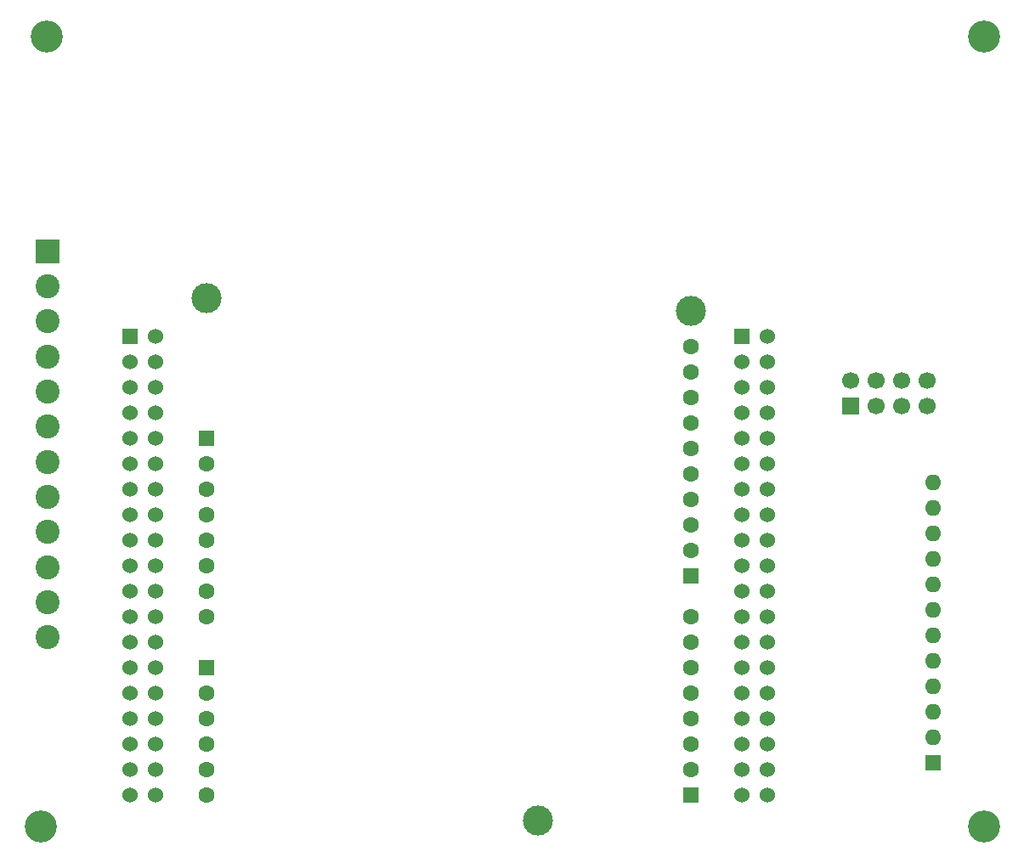
<source format=gbs>
G04 #@! TF.GenerationSoftware,KiCad,Pcbnew,(6.0.11)*
G04 #@! TF.CreationDate,2023-03-02T21:38:36-06:00*
G04 #@! TF.ProjectId,STM,53544d2e-6b69-4636-9164-5f7063625858,rev?*
G04 #@! TF.SameCoordinates,Original*
G04 #@! TF.FileFunction,Soldermask,Bot*
G04 #@! TF.FilePolarity,Negative*
%FSLAX46Y46*%
G04 Gerber Fmt 4.6, Leading zero omitted, Abs format (unit mm)*
G04 Created by KiCad (PCBNEW (6.0.11)) date 2023-03-02 21:38:36*
%MOMM*%
%LPD*%
G01*
G04 APERTURE LIST*
%ADD10R,1.530000X1.530000*%
%ADD11C,1.530000*%
%ADD12R,1.605000X1.605000*%
%ADD13C,1.605000*%
%ADD14C,3.000000*%
%ADD15C,3.200000*%
%ADD16R,1.700000X1.700000*%
%ADD17C,1.700000*%
%ADD18O,1.600000X1.600000*%
%ADD19R,1.600000X1.600000*%
%ADD20R,2.400000X2.400000*%
%ADD21C,2.400000*%
G04 APERTURE END LIST*
D10*
X67310000Y-90820000D03*
D11*
X67310000Y-136540000D03*
X69850000Y-90820000D03*
X67310000Y-93360000D03*
X69850000Y-93360000D03*
X67310000Y-95900000D03*
X69850000Y-95900000D03*
X67310000Y-98440000D03*
X69850000Y-98440000D03*
X67310000Y-100980000D03*
X69850000Y-100980000D03*
X67310000Y-103520000D03*
X69850000Y-103520000D03*
X67310000Y-106060000D03*
X69850000Y-106060000D03*
X67310000Y-108600000D03*
X69850000Y-108600000D03*
X67310000Y-111140000D03*
X69850000Y-111140000D03*
X67310000Y-113680000D03*
X69850000Y-113680000D03*
X67310000Y-116220000D03*
X69850000Y-116220000D03*
X67310000Y-118760000D03*
X69850000Y-118760000D03*
X67310000Y-121300000D03*
X69850000Y-121300000D03*
X67310000Y-123840000D03*
X69850000Y-123840000D03*
X67310000Y-126380000D03*
X69850000Y-126380000D03*
X67310000Y-128920000D03*
X69850000Y-128920000D03*
X67310000Y-131460000D03*
X69850000Y-131460000D03*
X67310000Y-134000000D03*
X69850000Y-134000000D03*
X69850000Y-136540000D03*
D10*
X128270000Y-90820000D03*
D11*
X128270000Y-136540000D03*
X130810000Y-90820000D03*
X128270000Y-93360000D03*
X130810000Y-93360000D03*
X128270000Y-95900000D03*
X130810000Y-95900000D03*
X128270000Y-98440000D03*
X130810000Y-98440000D03*
X128270000Y-100980000D03*
X130810000Y-100980000D03*
X128270000Y-103520000D03*
X130810000Y-103520000D03*
X128270000Y-106060000D03*
X130810000Y-106060000D03*
X128270000Y-108600000D03*
X130810000Y-108600000D03*
X128270000Y-111140000D03*
X130810000Y-111140000D03*
X128270000Y-113680000D03*
X130810000Y-113680000D03*
X128270000Y-116220000D03*
X130810000Y-116220000D03*
X128270000Y-118760000D03*
X130810000Y-118760000D03*
X128270000Y-121300000D03*
X130810000Y-121300000D03*
X128270000Y-123840000D03*
X130810000Y-123840000D03*
X128270000Y-126380000D03*
X130810000Y-126380000D03*
X128270000Y-128920000D03*
X130810000Y-128920000D03*
X128270000Y-131460000D03*
X130810000Y-131460000D03*
X128270000Y-134000000D03*
X130810000Y-134000000D03*
X130810000Y-136540000D03*
D12*
X74930000Y-100980000D03*
D13*
X74930000Y-103520000D03*
X74930000Y-106060000D03*
X74930000Y-108600000D03*
X74930000Y-111140000D03*
X74930000Y-113680000D03*
X74930000Y-116220000D03*
X74930000Y-118760000D03*
D12*
X123190000Y-136540000D03*
D13*
X123190000Y-134000000D03*
X123190000Y-131460000D03*
X123190000Y-128920000D03*
X123190000Y-126380000D03*
X123190000Y-123840000D03*
X123190000Y-121300000D03*
X123190000Y-118760000D03*
D12*
X74930000Y-123840000D03*
D13*
X74930000Y-126380000D03*
X74930000Y-128920000D03*
X74930000Y-131460000D03*
X74930000Y-134000000D03*
X74930000Y-136540000D03*
D12*
X123190000Y-114700000D03*
D13*
X123190000Y-112160000D03*
X123190000Y-109620000D03*
X123190000Y-107080000D03*
X123190000Y-104540000D03*
X123190000Y-102000000D03*
X123190000Y-99460000D03*
X123190000Y-96920000D03*
X123190000Y-94380000D03*
X123190000Y-91840000D03*
D14*
X107950000Y-139080000D03*
X123190000Y-88280000D03*
X74930000Y-87010000D03*
D15*
X152400000Y-139700000D03*
X58420000Y-139700000D03*
X152400000Y-60960000D03*
X59080000Y-60960000D03*
D16*
X139155000Y-97790000D03*
D17*
X139155000Y-95250000D03*
X141695000Y-97790000D03*
X141695000Y-95250000D03*
X144235000Y-97790000D03*
X144235000Y-95250000D03*
X146775000Y-97790000D03*
X146775000Y-95250000D03*
D18*
X147320000Y-105420000D03*
X147320000Y-107960000D03*
X147320000Y-110500000D03*
X147320000Y-113040000D03*
X147320000Y-115580000D03*
X147320000Y-118120000D03*
X147320000Y-120660000D03*
X147320000Y-123200000D03*
X147320000Y-125740000D03*
X147320000Y-128280000D03*
X147320000Y-130820000D03*
D19*
X147320000Y-133360000D03*
D20*
X59120000Y-82350000D03*
D21*
X59120000Y-85850000D03*
X59120000Y-89350000D03*
X59120000Y-92850000D03*
X59120000Y-96350000D03*
X59120000Y-99850000D03*
X59120000Y-103350000D03*
X59120000Y-106850000D03*
X59120000Y-110350000D03*
X59120000Y-113850000D03*
X59120000Y-117350000D03*
X59120000Y-120850000D03*
M02*

</source>
